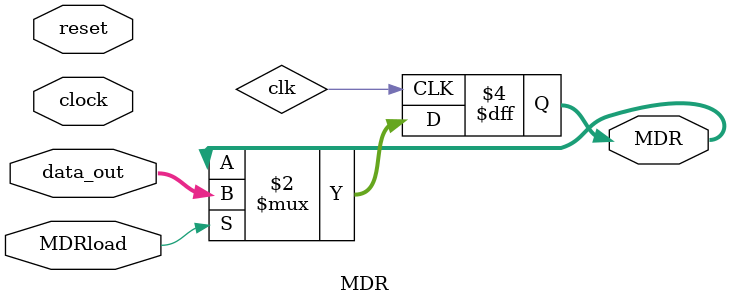
<source format=v>
module MDR(data_out, MDRload, clock, reset, MDR);
    input wire [7:0] data_out;
    input wire MDRload;
    input wire clock;
    input wire reset;
    output reg [7:0] MDR;

    always @(posedge clk) begin
        if (MDRload)
            MDR<= data_out;
    end

endmodule
</source>
